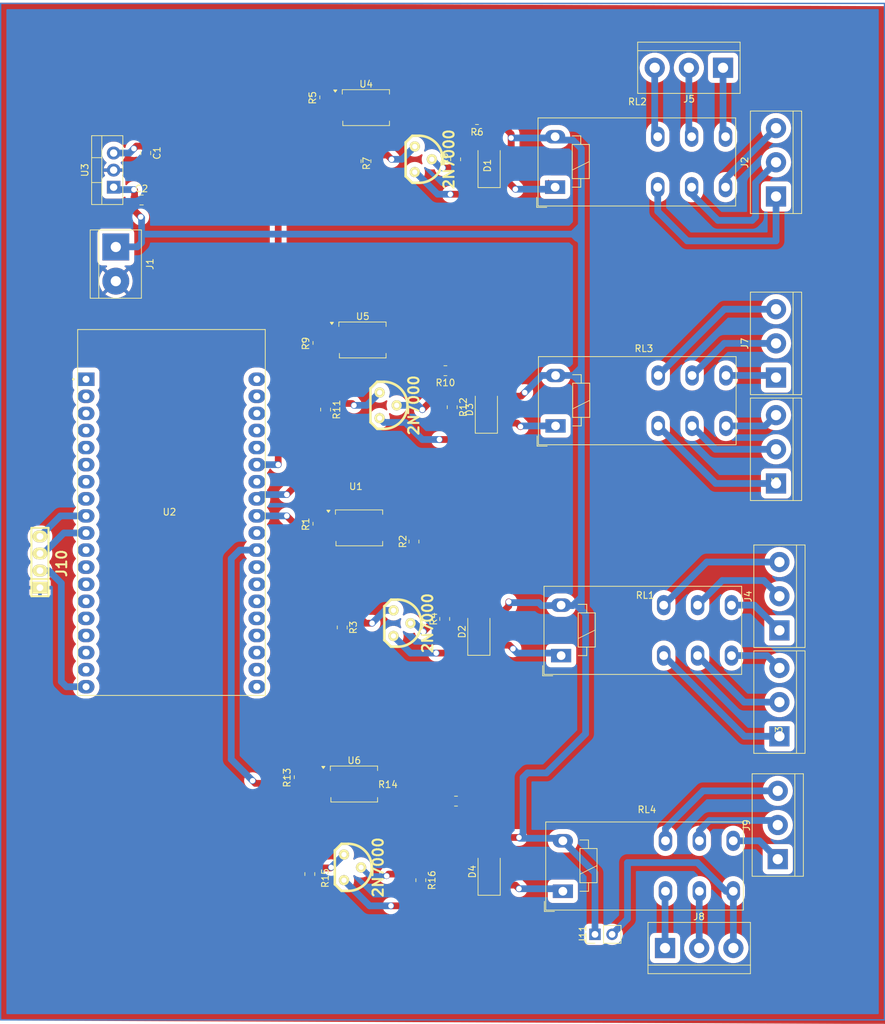
<source format=kicad_pcb>
(kicad_pcb (version 20240108) (generator "pcbnew") (generator_version "8.0")
  (layers (0 "F.Cu" signal) (31 "B.Cu" signal) (34 "B.Paste" user) (35 "F.Paste" user) (36 "B.SilkS" user "B.Silkscreen") (37 "F.SilkS" user "F.Silkscreen") (38 "B.Mask" user) (39 "F.Mask" user) (44 "Edge.Cuts" user))
  (net 0 "")
  (net 1 "GND")
  (net 2 "+5V")
  (net 3 "12V")
  (net 4 "Net-(D1-A)")
  (net 5 "Net-(D2-A)")
  (net 6 "Net-(D3-A)")
  (net 7 "Net-(D4-A)")
  (net 8 "NO1")
  (net 9 "COM1")
  (net 10 "NC1")
  (net 11 "NC1.1")
  (net 12 "NO1.1")
  (net 13 "COM1.1")
  (net 14 "COM2.1")
  (net 15 "NC2.1")
  (net 16 "NO2.1")
  (net 17 "COM2")
  (net 18 "NO2")
  (net 19 "NC2")
  (net 20 "NC1.2")
  (net 21 "NO1.2")
  (net 22 "COM1.2")
  (net 23 "NC2.2")
  (net 24 "COM2.2")
  (net 25 "NO2.2")
  (net 26 "NC1.3")
  (net 27 "COM1.3")
  (net 28 "NO1.3")
  (net 29 "COM2.3")
  (net 30 "NO2.3")
  (net 31 "NC2.3")
  (net 32 "Net-(Q1-S)")
  (net 33 "Net-(Q1-G)")
  (net 34 "Net-(Q2-S)")
  (net 35 "Net-(Q2-G)")
  (net 36 "Net-(Q3-G)")
  (net 37 "Net-(Q3-S)")
  (net 38 "Net-(Q4-G)")
  (net 39 "Net-(Q4-S)")
  (net 40 "Net-(R1-Pad2)")
  (net 41 "Net-(R2-Pad2)")
  (net 42 "Net-(R5-Pad2)")
  (net 43 "GPIO18")
  (net 44 "Net-(R6-Pad2)")
  (net 45 "Net-(R9-Pad2)")
  (net 46 "Net-(R10-Pad2)")
  (net 47 "Net-(R13-Pad2)")
  (net 48 "Net-(R14-Pad2)")
  (net 49 "5V")
  (net 50 "SCL")
  (net 51 "SDA")
  (net 70 "3.3V")
  (net 78 "GPIO21")
  (net 80 "GPIO19")
  (net 81 "GPIO17")
  (footprint "Resistor_SMD:R_0805_2012Metric" (layer "F.Cu") (at 102.715 104.4875 -90)
    (property "Reference" "R12")
    (property "Value" "10k")
  )
  (footprint "TerminalBlock:TerminalBlock_bornier-3_P5.08mm" (layer "F.Cu") (at 150.876 100.076 90)
    (property "Reference" "J7")
    (property "Value" "BORNERA 2")
  )
  (footprint "Resistor_SMD:R_0805_2012Metric" (layer "F.Cu") (at 97.028 124.46 90)
    (property "Reference" "R2")
    (property "Value" "1K")
  )
  (footprint "Relay_THT:Relay_DPDT_Schrack-RT2-FormC_RM5mm" (layer "F.Cu") (at 118.025 71.77)
    (property "Reference" "RL2")
    (property "Value" "Relay_Doble_Inversor")
  )
  (footprint "TerminalBlock:TerminalBlock_bornier-3_P5.08mm" (layer "F.Cu") (at 151.384 137.668 90)
    (property "Reference" "J4")
    (property "Value" "BORNERA 2")
  )
  (footprint "Capacitor_SMD:C_0805_2012Metric_Pad1.18x1.45mm_HandSolder" (layer "F.Cu") (at 56.515 73.68)
    (property "Reference" "C2")
    (property "Value" "0.22uf")
  )
  (footprint "Diode_SMD:D_SMA" (layer "F.Cu") (at 106.68 137.87 90)
    (property "Reference" "D2")
    (property "Value" "DIODE")
  )
  (footprint "Package_SO:SSO-4_6.7x5.1mm_P2.54mm_Clearance8mm" (layer "F.Cu") (at 88.9 122.428)
    (property "Reference" "U1")
    (property "Value" "PC817")
  )
  (footprint "Resistor_SMD:R_0805_2012Metric" (layer "F.Cu") (at 81.539 173.9015 -90)
    (property "Reference" "R15")
    (property "Value" "10k")
  )
  (footprint "TerminalBlock:TerminalBlock_bornier-3_P5.08mm" (layer "F.Cu") (at 150.876 115.824 90)
    (property "Reference" "J6")
    (property "Value" "BORNERA 1")
  )
  (footprint "TerminalBlock:TerminalBlock_bornier-3_P5.08mm" (layer "F.Cu") (at 142.995 54.02 180)
    (property "Reference" "J5")
    (property "Value" "BORNERA 2")
  )
  (footprint "TerminalBlock:TerminalBlock_bornier-3_P5.08mm" (layer "F.Cu") (at 134.371 184.899)
    (property "Reference" "J8")
    (property "Value" "BORNERA 1")
  )
  (footprint "Package_SO:SSO-4_6.7x5.1mm_P2.54mm_Clearance8mm" (layer "F.Cu") (at 89.916 59.944)
    (property "Reference" "U4")
    (property "Value" "PC817")
  )
  (footprint "Resistor_SMD:R_0805_2012Metric" (layer "F.Cu") (at 103.225 67.63 90)
    (property "Reference" "R8")
    (property "Value" "10k")
  )
  (footprint "Resistor_SMD:R_0805_2012Metric" (layer "F.Cu") (at 83.885 104.845 -90)
    (property "Reference" "R11")
    (property "Value" "10k")
  )
  (footprint "EESTN5:to92" (layer "F.Cu") (at 97.785 67.63 -90)
    (property "Reference" "Q2" (hide yes))
    (property "Value" "2N7000")
  )
  (footprint "EESTN5:to92" (layer "F.Cu") (at 92.555 104.21 -90)
    (property "Reference" "Q3" (hide yes))
    (property "Value" "2N7000")
  )
  (footprint "Package_SO:SSO-4_6.7x5.1mm_P2.54mm_Clearance8mm" (layer "F.Cu") (at 89.408 94.488)
    (property "Reference" "U5")
    (property "Value" "PC817")
  )
  (footprint "Relay_THT:Relay_DPDT_Schrack-RT2-FormC_RM5mm" (layer "F.Cu") (at 118.09 107.27)
    (property "Reference" "RL3")
    (property "Value" "Relay_Doble_Inversor")
  )
  (footprint "Relay_THT:Relay_DPDT_Schrack-RT2-FormC_RM5mm" (layer "F.Cu") (at 119.173 176.457)
    (property "Reference" "RL4")
    (property "Value" "Relay_Doble_Inversor")
  )
  (footprint "Resistor_SMD:R_0805_2012Metric" (layer "F.Cu") (at 86.36 137.235 -90)
    (property "Reference" "R3")
    (property "Value" "10k")
  )
  (footprint "Diode_SMD:D_SMA" (layer "F.Cu") (at 108.204 68.32 90)
    (property "Reference" "D1")
    (property "Value" "DIODE")
  )
  (footprint "nueva huella esp32:MODULE_ESP32-DEVKITC-32D" (layer "F.Cu") (at 60.96 120.09)
    (property "Reference" "U2")
    (property "Value" "ESP32-DEVKITC-32D")
  )
  (footprint "Connector_PinHeader_2.54mm:PinHeader_1x02_P2.54mm_Vertical" (layer "F.Cu") (at 123.952 182.867 90)
    (property "Reference" "J11")
    (property "Value" "valvula")
  )
  (footprint "Diode_SMD:D_SMA" (layer "F.Cu") (at 108.209 173.544 90)
    (property "Reference" "D4")
    (property "Value" "DIODE")
  )
  (footprint "TerminalBlock:TerminalBlock_bornier-3_P5.08mm" (layer "F.Cu") (at 150.876 73.152 90)
    (property "Reference" "J2")
    (property "Value" "BORNERA 1")
  )
  (footprint "EESTN5:to92" (layer "F.Cu") (at 87.254 172.909 -90)
    (property "Reference" "Q4" (hide yes))
    (property "Value" "2N7000")
  )
  (footprint "Resistor_SMD:R_0805_2012Metric" (layer "F.Cu") (at 101.7035 99.06 180)
    (property "Reference" "R10")
    (property "Value" "1K")
  )
  (footprint "Diode_SMD:D_SMA" (layer "F.Cu") (at 107.795 104.845 90)
    (property "Reference" "D3")
    (property "Value" "DIODE")
  )
  (footprint "TerminalBlock:TerminalBlock_bornier-3_P5.08mm" (layer "F.Cu") (at 151.135 171.691 90)
    (property "Reference" "J9")
    (property "Value" "BORNERA 2")
  )
  (footprint "Resistor_SMD:R_0805_2012Metric" (layer "F.Cu") (at 98.049 174.814 -90)
    (property "Reference" "R16")
    (property "Value" "10k")
  )
  (footprint "TerminalBlock:TerminalBlock_bornier-3_P5.08mm" (layer "F.Cu") (at 151.384 153.416 90)
    (property "Reference" "J3")
    (property "Value" "BORNERA 1")
  )
  (footprint "Resistor_SMD:R_0805_2012Metric" (layer "F.Cu") (at 101.6 135.965 90)
    (property "Reference" "R4")
    (property "Value" "10k")
  )
  (footprint "EESTN5:to92" (layer "F.Cu") (at 94.615 136.6 -90)
    (property "Reference" "Q1" (hide yes))
    (property "Value" "2N7000")
  )
  (footprint "Resistor_SMD:R_0805_2012Metric" (layer "F.Cu") (at 81.28 121.8165 90)
    (property "Reference" "R1")
    (property "Value" "1k")
  )
  (footprint "TerminalBlock:TerminalBlock_bornier-2_P5.08mm" (layer "F.Cu") (at 52.685 80.665 -90)
    (property "Reference" "J1")
    (property "Value" "Screw_Terminal_01x02")
  )
  (footprint "EESTN5:pin_strip_4" (layer "F.Cu") (at 41.402 127.508 90)
    (property "Reference" "J10")
    (property "Value" "LCD I2C" (hide yes))
  )
  (footprint "Resistor_SMD:R_0805_2012Metric" (layer "F.Cu") (at 106.4 63.185)
    (property "Reference" "R6")
    (property "Value" "1K")
  )
  (footprint "Package_SO:SSO-4_6.7x5.1mm_P2.54mm_Clearance8mm" (layer "F.Cu") (at 88.143 160.515)
    (property "Reference" "U6")
    (property "Value" "PC817")
  )
  (footprint "Resistor_SMD:R_0805_2012Metric" (layer "F.Cu") (at 82.296 58.42 90)
    (property "Reference" "R5")
    (property "Value" "1k")
  )
  (footprint "Resistor_SMD:R_0805_2012Metric" (layer "F.Cu") (at 89.89 67.9075 -90)
    (property "Reference" "R7")
    (property "Value" "10k")
  )
  (footprint "Capacitor_SMD:C_0805_2012Metric_Pad1.18x1.45mm_HandSolder" (layer "F.Cu") (at 57.13 66.695 -90)
    (property "Reference" "C1")
    (property "Value" "0.1uf")
  )
  (footprint "Relay_THT:Relay_DPDT_Schrack-RT2-FormC_RM5mm" (layer "F.Cu") (at 118.914 141.418)
    (property "Reference" "RL1")
    (property "Value" "Relay_Doble_Inversor")
  )
  (footprint "Resistor_SMD:R_0805_2012Metric" (layer "F.Cu") (at 103.2795 163.055)
    (property "Reference" "R14")
    (property "Value" "1K")
  )
  (footprint "Package_TO_SOT_THT:TO-220-3_Vertical" (layer "F.Cu") (at 52.36 71.775 90)
    (property "Reference" "U3")
    (property "Value" "L7805")
  )
  (footprint "Resistor_SMD:R_0805_2012Metric" (layer "F.Cu") (at 81.28 94.931 90)
    (property "Reference" "R9")
    (property "Value" "1k")
  )
  (footprint "Resistor_SMD:R_0805_2012Metric" (layer "F.Cu") (at 78.491 159.499 90)
    (property "Reference" "R13")
    (property "Value" "1k")
  )
  (gr_line (start 167.005 44.958) (end 167.005 196.088) (stroke (width 0.2)) (layer "F.Cu"))
  (gr_line (start 35.56 44.45) (end 167.005 44.958) (stroke (width 0.2)) (layer "F.Cu"))
  (gr_line (start 167.005 196.088) (end 35.56 195.58) (stroke (width 0.2)) (layer "F.Cu"))
  (gr_line (start 35.56 195.58) (end 35.56 44.45) (stroke (width 0.2)) (layer "F.Cu"))
  (gr_rect (start 35.56 44.45) (end 167.005 195.58) (stroke (width 0.2)) (fill none) (layer "B.Cu"))
  (segment (start 57.13 65.6575) (end 55.7545 65.6575) (width 1) (layer "F.Cu") (net 2))
  (segment (start 55.7545 65.6575) (end 55.372 66.04) (width 1) (layer "F.Cu") (net 2))
  (via (at 55.372 66.04) (size 0.9) (drill 0.8) (layers "F.Cu" "B.Cu") (net 2))
  (via (at 55.372 66.04) (size 0.6) (drill 0.3) (layers "F.Cu" "B.Cu") (net 2))
  (via (at 55.372 66.04) (size 0.6) (drill 0.3) (layers "F.Cu" "B.Cu") (net 2))
  (segment (start 52.36 66.695) (end 54.717 66.695) (width 1) (layer "B.Cu") (net 2))
  (segment (start 54.717 66.695) (end 55.372 66.04) (width 1) (layer "B.Cu") (net 2))
  (segment (start 112.97 102.845) (end 111.76 102.845) (width 1) (layer "F.Cu") (net 3))
  (segment (start 111.76 102.845) (end 107.795 102.845) (width 1) (layer "F.Cu") (net 3))
  (segment (start 93.65 121.158) (end 97.522874 121.158) (width 1) (layer "F.Cu") (net 3))
  (segment (start 92.893 159.245) (end 97.198 154.94) (width 1) (layer "F.Cu") (net 3))
  (segment (start 111.48 63.861878) (end 111.48 65.675) (width 1) (layer "F.Cu") (net 3))
  (segment (start 106.292122 58.674) (end 111.48 63.861878) (width 1) (layer "F.Cu") (net 3))
  (segment (start 111.48 65.675) (end 110.835 66.32) (width 1) (layer "F.Cu") (net 3))
  (segment (start 110.835 66.32) (end 108.204 66.32) (width 1) (layer "F.Cu") (net 3))
  (segment (start 97.198 154.94) (end 108.204 154.94) (width 1) (layer "F.Cu") (net 3))
  (segment (start 109.315 132.950126) (end 109.315 135.87) (width 1) (layer "F.Cu") (net 3))
  (segment (start 108.209 170.369) (end 110.114 168.464) (width 1) (layer "F.Cu") (net 3))
  (segment (start 94.666 58.674) (end 106.292122 58.674) (width 1) (layer "F.Cu") (net 3))
  (segment (start 109.315 135.87) (end 111.125 134.06) (width 1) (layer "F.Cu") (net 3))
  (segment (start 111.76 98.044) (end 111.76 102.845) (width 1) (layer "F.Cu") (net 3))
  (segment (start 108.209 171.544) (end 108.209 170.369) (width 0.8) (layer "F.Cu") (net 3))
  (segment (start 55.4775 72.2415) (end 55.372 72.136) (width 1) (layer "F.Cu") (net 3))
  (segment (start 110.114 168.464) (end 112.654 168.464) (width 1) (layer "F.Cu") (net 3))
  (segment (start 56.388 76.2) (end 55.4775 75.2895) (width 1) (layer "F.Cu") (net 3))
  (segment (start 108.204 154.94) (end 108.204 170.364) (width 1) (layer "F.Cu") (net 3))
  (segment (start 113.51 102.305) (end 112.97 102.845) (width 1) (layer "F.Cu") (net 3))
  (segment (start 106.934 93.218) (end 111.76 98.044) (width 1) (layer "F.Cu") (net 3))
  (segment (start 55.4775 73.68) (end 55.4775 72.2415) (width 1) (layer "F.Cu") (net 3))
  (segment (start 55.4775 75.2895) (end 55.4775 73.68) (width 1) (layer "F.Cu") (net 3))
  (segment (start 106.68 135.87) (end 109.315 135.87) (width 1) (layer "F.Cu") (net 3))
  (segment (start 97.522874 121.158) (end 109.315 132.950126) (width 1) (layer "F.Cu") (net 3))
  (segment (start 94.158 93.218) (end 106.934 93.218) (width 1) (layer "F.Cu") (net 3))
  (segment (start 111.48 64.425) (end 111.48 65.675) (width 1) (layer "F.Cu") (net 3))
  (segment (start 108.204 170.364) (end 108.209 170.369) (width 1) (layer "F.Cu") (net 3))
  (segment (start 111.125 134.06) (end 111.125 133.425) (width 1) (layer "F.Cu") (net 3))
  (via (at 56.388 76.2) (size 0.9) (drill 0.8) (layers "F.Cu" "B.Cu") (net 3))
  (via (at 111.125 133.425) (size 0.9) (drill 0.8) (layers "F.Cu" "B.Cu") (net 3))
  (via (at 111.48 64.455) (size 0.9) (drill 0.8) (layers "F.Cu" "B.Cu") (net 3))
  (via (at 113.51 102.305) (size 0.9) (drill 0.8) (layers "F.Cu" "B.Cu") (net 3))
  (via (at 55.372 72.136) (size 0.9) (drill 0.8) (layers "F.Cu" "B.Cu") (net 3))
  (via (at 112.654 168.464) (size 0.9) (drill 0.8) (layers "F.Cu" "B.Cu") (net 3))
  (segment (start 118.025 64.27) (end 118.525 64.77) (width 0.8) (layer "B.Cu") (net 3))
  (segment (start 122.555 149.352) (end 122.555 153.035) (width 0.8) (layer "B.Cu") (net 3))
  (segment (start 121.845 99.77) (end 120.65 99.77) (width 1) (layer "B.Cu") (net 3))
  (segment (start 113.2515 159.5365) (end 113.2515 167.8665) (width 1) (layer "B.Cu") (net 3))
  (segment (start 116.045 99.77) (end 118.09 99.77) (width 1) (layer "B.Cu") (net 3))
  (segment (start 116.726 158.864) (end 113.924 158.864) (width 1) (layer "B.Cu") (net 3))
  (segment (start 122.555 135.255) (end 121.285 133.985) (width 1) (layer "B.Cu") (net 3))
  (segment (start 121.92 134.62) (end 121.92 132.715) (width 1) (layer "B.Cu") (net 3))
  (segment (start 115.57 133.545) (end 116.01 133.985) (width 1) (layer "B.Cu") (net 3))
  (segment (start 52.721 72.136) (end 52.36 71.775) (width 1) (layer "B.Cu") (net 3))
  (segment (start 113.2515 167.8665) (end 112.654 168.464) (width 0.8) (layer "B.Cu") (net 3))
  (segment (start 112.395 133.545) (end 115.57 133.545) (width 1) (layer "B.Cu") (net 3))
  (segment (start 111.125 133.425) (end 111.245 133.545) (width 0.8) (layer "B.Cu") (net 3))
  (segment (start 120.65 99.77) (end 120.725 99.77) (width 0.8) (layer "B.Cu") (net 3))
  (segment (start 117.84 64.455) (end 111.48 64.455) (width 1) (layer "B.Cu") (net 3))
  (segment (start 56.515 78.76) (end 56.515 80.01) (width 1) (layer "B.Cu") (net 3))
  (segment (start 121.92 99.695) (end 121.845 99.77) (width 0.8) (layer "B.Cu") (net 3))
  (segment (start 120.65 133.985) (end 121.92 132.715) (width 1) (layer "B.Cu") (net 3))
  (segment (start 121.27 78.755) (end 121.92 78.105) (width 1) (layer "B.Cu") (net 3))
  (segment (start 121.27 78.755) (end 121.27 79.36) (width 0.8) (layer "B.Cu") (net 3))
  (segment (start 120.665 78.755) (end 56.52 78.755) (width 1) (layer "B.Cu") (net 3))
  (segment (start 120.65 133.985) (end 116.01 133.985) (width 1) (layer "B.Cu") (net 3))
  (segment (start 122.555 153.035) (end 116.726 158.864) (width 1) (layer "B.Cu") (net 3))
  (segment (start 120.635 78.755) (end 121.92 77.47) (width 1) (layer "B.Cu") (net 3))
  (segment (start 52.705 80.645) (end 52.685 80.665) (width 0.8) (layer "B.Cu") (net 3))
  (segment (start 121.285 154.305) (end 122.555 153.035) (width 1) (layer "B.Cu") (net 3))
  (segment (start 113.51 102.305) (end 116.045 99.77) (width 1) (layer "B.Cu") (net 3))
  (segment (start 121.27 79.36) (end 120.665 78.755) (width 1) (layer "B.Cu") (net 3))
  (segment (start 120.65 64.77) (end 121.92 66.04) (width 1) (layer "B.Cu") (net 3))
  (segment (start 121.92 66.04) (end 121.92 77.47) (width 1) (layer "B.Cu") (net 3))
  (segment (start 121.92 80.01) (end 121.92 78.105) (width 1) (layer "B.Cu") (net 3))
  (segment (start 113.854 158.934) (end 113.924 158.864) (width 0.8) (layer "B.Cu") (net 3))
  (segment (start 111.245 133.545) (end 112.395 133.545) (width 1) (layer "B.Cu") (net 3))
  (segment (start 122.555 153.035) (end 122.555 135.255) (width 1) (layer "B.Cu") (net 3))
  (segment (start 121.92 132.715) (end 121.92 100.965) (width 1) (layer "B.Cu") (net 3))
  (segment (start 121.92 99.695) (end 121.92 98.425) (width 1) (layer "B.Cu") (net 3))
  (segment (start 118.525 64.77) (end 120.65 64.77) (width 1) (layer "B.Cu") (net 3))
  (segment (start 55.372 72.136) (end 52.721 72.136) (width 1) (layer "B.Cu") (net 3))
  (segment (start 121.92 98.425) (end 121.92 80.01) (width 1) (layer "B.Cu") (net 3))
  (segment (start 120.665 78.755) (end 120.635 78.755) (width 1) (layer "B.Cu") (net 3))
  (segment (start 121.92 78.105) (end 121.92 77.47) (width 1) (layer "B.Cu") (net 3))
  (segment (start 118.8 168.584) (end 112.774 168.584) (width 1) (layer "B.Cu") (net 3))
  (segment (start 121.92 98.575) (end 120.725 99.77) (width 1) (layer "B.Cu") (net 3))
  (segment (start 121.92 98.425) (end 121.92 98.575) (width 0.8) (layer "B.Cu") (net 3))
  (segment (start 121.27 79.36) (end 121.92 80.01) (width 0.8) (layer "B.Cu") (net 3))
  (segment (start 120.65 99.77) (end 118.09 99.77) (width 1) (layer "B.Cu") (net 3))
  (segment (start 118.025 64.27) (end 117.84 64.455) (width 0.8) (layer "B.Cu") (net 3))
  (segment (start 112.774 168.584) (end 112.654 168.464) (width 0.8) (layer "B.Cu") (net 3))
  (segment (start 121.92 100.965) (end 121.92 99.695) (width 1) (layer "B.Cu") (net 3))
  (segment (start 123.952 182.867) (end 123.952 173.736) (width 1) (layer "B.Cu") (net 3))
  (segment (start 56.52 78.755) (end 56.52 76.332) (width 1) (layer "B.Cu") (net 3))
  (segment (start 120.665 78.755) (end 121.27 78.755) (width 0.8) (layer "B.Cu") (net 3))
  (segment (start 121.285 133.985) (end 120.65 133.985) (width 0.8) (layer "B.Cu") (net 3))
  (segment (start 56.52 76.332) (end 56.388 76.2) (width 1) (layer "B.Cu") (net 3))
  (segment (start 113.2515 159.5365) (end 113.924 158.864) (width 1) (layer "B.Cu") (net 3))
  (segment (start 56.52 78.755) (end 56.515 78.76) (width 1) (layer "B.Cu") (net 3))
  (segment (start 120.725 99.77) (end 121.92 100.965) (width 1) (layer "B.Cu") (net 3))
  (segment (start 55.88 80.645) (end 52.705 80.645) (width 1) (layer "B.Cu") (net 3))
  (segment (start 55.88 80.645) (end 56.515 80.01) (width 1) (layer "B.Cu") (net 3))
  (segment (start 123.952 173.736) (end 118.8 168.584) (width 1) (layer "B.Cu") (net 3))
  (segment (start 121.285 133.985) (end 121.92 134.62) (width 1) (layer "B.Cu") (net 3))
  (segment (start 110.379 70.339) (end 110.379 70.32) (width 0.8) (layer "F.Cu") (net 4))
  (segment (start 117.025 70.77) (end 118.025 71.77) (width 0.2) (layer "F.Cu") (net 4))
  (segment (start 112.115 72.075) (end 110.36 70.32) (width 1) (layer "F.Cu") (net 4))
  (segment (start 107.67 70.32) (end 105.17 72.82) (width 1) (layer "F.Cu") (net 4))
  (segment (start 111.46 71.42) (end 110.379 70.339) (width 0.8) (layer "F.Cu") (net 4))
  (segment (start 108.719 70.32) (end 108.204 70.32) (width 0.8) (layer "F.Cu") (net 4))
  (segment (start 110.379 70.32) (end 108.204 70.32) (width 1) (layer "F.Cu") (net 4))
  (segment (start 105.17 72.82) (end 102.435 72.82) (width 1) (layer "F.Cu") (net 4))
  (via (at 112.115 72.075) (size 0.9) (drill 0.8) (layers "F.Cu" "B.Cu") (net 4))
  (via (at 102.435 72.82) (size 0.9) (drill 0.8) (layers "F.Cu" "B.Cu") (net 4))
  (segment (start 100.545 72.82) (end 102.435 72.82) (width 1) (layer "B.Cu") (net 4))
  (segment (start 97.785 70.17) (end 97.15 69.535) (width 0.8) (layer "B.Cu") (net 4))
  (segment (start 97.26 69.535) (end 100.545 72.82) (width 1) (layer "B.Cu") (net 4))
  (segment (start 97.15 69.535) (end 97.26 69.535) (width 1) (layer "B.Cu") (net 4))
  (segment (start 111.935 71.77) (end 111.985 71.77) (width 0.2) (layer "B.Cu") (net 4))
  (segment (start 117.72 72.075) (end 112.115 72.075) (width 1) (layer "B.Cu") (net 4))
  (segment (start 118.025 71.77) (end 117.72 72.075) (width 0.8) (layer "B.Cu") (net 4))
  (segment (start 105.505 141.045) (end 100.33 141.045) (width 1) (layer "F.Cu") (net 5))
  (segment (start 111.76 140.41) (end 111.22 139.87) (width 1) (layer "F.Cu") (net 5))
  (segment (start 111.22 139.87) (end 106.68 139.87) (width 1) (layer "F.Cu") (net 5))
  (segment (start 106.68 139.87) (end 105.505 141.045) (width 1) (layer "F.Cu") (net 5))
  (via (at 100.33 141.045) (size 0.9) (drill 0.8) (layers "F.Cu" "B.Cu") (net 5))
  (via (at 111.76 140.41) (size 0.9) (drill 0.8) (layers "F.Cu" "B.Cu") (net 5))
  (segment (start 96.52 141.045) (end 100.33 141.045) (width 1) (layer "B.Cu") (net 5))
  (segment (start 112.395 141.045) (end 111.76 140.41) (width 1) (layer "B.Cu") (net 5))
  (segment (start 118.541 141.045) (end 112.395 141.045) (width 1) (layer "B.Cu") (net 5))
  (segment (start 96.52 141.045) (end 93.98 138.505) (width 1) (layer "B.Cu") (net 5))
  (segment (start 118.914 141.418) (end 118.541 141.045) (width 1) (layer "B.Cu") (net 5))
  (segment (start 107.795 106.845) (end 112.335 106.845) (width 1) (layer "F.Cu") (net 6))
  (segment (start 105.35 109.29) (end 100.81 109.29) (width 1) (layer "F.Cu") (net 6))
  (segment (start 107.795 106.845) (end 105.35 109.29) (width 1) (layer "F.Cu") (net 6))
  (segment (start 112.335 106.845) (end 112.875 107.385) (width 1) (layer "F.Cu") (net 6))
  (via (at 112.875 107.385) (size 0.9) (drill 0.8) (layers "F.Cu" "B.Cu") (net 6))
  (via (at 100.81 109.29) (size 0.9) (drill 0.8) (layers "F.Cu" "B.Cu") (net 6))
  (segment (start 91.92 106.115) (end 92.555 106.75) (width 1) (layer "B.Cu") (net 6))
  (segment (start 118.09 107.27) (end 112.99 107.27) (width 1) (layer "B.Cu") (net 6))
  (segment (start 98.27 109.29) (end 100.81 109.29) (width 1) (layer "B.Cu") (net 6))
  (segment (start 95.73 106.75) (end 98.27 109.29) (width 1) (layer "B.Cu") (net 6))
  (segment (start 92.555 106.75) (end 95.73 106.75) (width 1) (layer "B.Cu") (net 6))
  (segment (start 112.99 107.27) (end 112.875 107.385) (width 0.8) (layer "B.Cu") (net 6))
  (segment (start 107.479 175.544) (end 104.399 178.624) (width 1) (layer "F.Cu") (net 7))
  (segment (start 108.209 175.544) (end 107.479 175.544) (width 0.8) (layer "F.Cu") (net 7))
  (segment (start 112.114 175.544) (end 112.654 176.084) (width 1) (layer "F.Cu") (net 7))
  (segment (start 104.399 178.624) (end 93.604 178.624) (width 1) (layer "F.Cu") (net 7))
  (segment (start 108.209 175.544) (end 112.114 175.544) (width 1) (layer "F.Cu") (net 7))
  (via (at 93.604 178.624) (size 0.9) (drill 0.8) (layers "F.Cu" "B.Cu") (net 7))
  (via (at 112.654 176.084) (size 0.9) (drill 0.8) (layers "F.Cu" "B.Cu") (net 7))
  (segment (start 90.429 178.624) (end 93.604 178.624) (width 1) (layer "B.Cu") (net 7))
  (segment (start 117.714 176.084) (end 112.654 176.084) (width 1) (layer "B.Cu") (net 7))
  (segment (start 86.619 174.814) (end 90.429 178.624) (width 1) (layer "B.Cu") (net 7))
  (segment (start 143.365 71.77) (end 143.365 70.503) (width 0.2) (layer "B.Cu") (net 8))
  (segment (start 143.365 70.503) (end 150.876 62.992) (width 1) (layer "B.Cu") (net 8))
  (segment (start 142.955 72.18) (end 143.365 71.77) (width 0.2) (layer "B.Cu") (net 8))
  (segment (start 147.32 76.708) (end 147.828 76.2) (width 1) (layer "B.Cu") (net 9))
  (segment (start 137.875 72.22) (end 138.325 71.77) (width 0.2) (layer "B.Cu") (net 9))
  (segment (start 147.828 76.2) (end 147.828 71.12) (width 1) (layer "B.Cu") (net 9))
  (segment (start 138.325 72.793) (end 142.24 76.708) (width 1) (layer "B.Cu") (net 9))
  (segment (start 142.24 76.708) (end 147.32 76.708) (width 1) (layer "B.Cu") (net 9))
  (segment (start 147.828 71.12) (end 150.876 68.072) (width 1) (layer "B.Cu") (net 9))
  (segment (start 138.325 71.77) (end 138.325 72.793) (width 0.2) (layer "B.Cu") (net 9))
  (segment (start 137.668 79.756) (end 150.876 79.756) (width 1) (layer "B.Cu") (net 10))
  (segment (start 133.285 71.77) (end 133.285 75.373) (width 1) (layer "B.Cu") (net 10))
  (segment (start 150.876 79.756) (end 150.876 73.152) (width 1) (layer "B.Cu") (net 10))
  (segment (start 133.285 75.373) (end 137.668 79.756) (width 1) (layer "B.Cu") (net 10))
  (segment (start 134.174 141.418) (end 146.172 153.416) (width 1) (layer "B.Cu") (net 11))
  (segment (start 146.172 153.416) (end 151.384 153.416) (width 1) (layer "B.Cu") (net 11))
  (segment (start 144.254 141.418) (end 149.546 141.418) (width 1) (layer "B.Cu") (net 12))
  (segment (start 149.546 141.418) (end 151.384 143.256) (width 1) (layer "B.Cu") (net 12))
  (segment (start 146.132 148.336) (end 151.384 148.336) (width 1) (layer "B.Cu") (net 13))
  (segment (start 139.214 141.418) (end 146.132 148.336) (width 1) (layer "B.Cu") (net 13))
  (segment (start 142.874 130.258) (end 149.054 130.258) (width 1) (layer "B.Cu") (net 14))
  (segment (start 149.054 130.258) (end 151.384 132.588) (width 1) (layer "B.Cu") (net 14))
  (segment (start 139.214 133.918) (end 142.874 130.258) (width 1) (layer "B.Cu") (net 14))
  (segment (start 140.584 127.508) (end 151.384 127.508) (width 1) (layer "B.Cu") (net 15))
  (segment (start 134.174 133.918) (end 140.584 127.508) (width 1) (layer "B.Cu") (net 15))
  (segment (start 144.254 133.918) (end 147.634 133.918) (width 1) (layer "B.Cu") (net 16))
  (segment (start 147.634 133.918) (end 151.384 137.668) (width 1) (layer "B.Cu") (net 16))
  (segment (start 137.915 63.86) (end 138.325 64.27) (width 0.2) (layer "B.Cu") (net 17))
  (segment (start 137.915 54.02) (end 137.915 63.86) (width 1) (layer "B.Cu") (net 17))
  (segment (start 142.995 63.9) (end 143.365 64.27) (width 0.2) (layer "B.Cu") (net 18))
  (segment (start 142.995 54.02) (end 142.995 63.9) (width 1) (layer "B.Cu") (net 18))
  (segment (start 132.835 54.02) (end 132.835 63.82) (width 1) (layer "B.Cu") (net 19))
  (segment (start 132.835 63.82) (end 133.285 64.27) (width 0.2) (layer "B.Cu") (net 19))
  (segment (start 133.35 107.27) (end 141.904 115.824) (width 1) (layer "B.Cu") (net 20))
  (segment (start 141.904 115.824) (end 150.876 115.824) (width 1) (layer "B.Cu") (net 20))
  (segment (start 143.43 107.27) (end 149.27 107.27) (width 1) (layer "B.Cu") (net 21))
  (segment (start 149.27 107.27) (end 150.876 105.664) (width 1) (layer "B.Cu") (net 21))
  (segment (start 141.864 110.744) (end 150.876 110.744) (width 1) (layer "B.Cu") (net 22))
  (segment (start 138.39 107.27) (end 141.864 110.744) (width 1) (layer "B.Cu") (net 22))
  (segment (start 133.35 99.77) (end 143.204 89.916) (width 1) (layer "B.Cu") (net 23))
  (segment (start 133.195 99.615) (end 133.35 99.77) (width 0.8) (layer "B.Cu") (net 23))
  (segment (start 143.204 89.916) (end 150.876 89.916) (width 1) (layer "B.Cu") (net 23))
  (segment (start 143.164 94.996) (end 150.876 94.996) (width 1) (layer "B.Cu") (net 24))
  (segment (start 138.275 99.655) (end 138.39 99.77) (width 0.8) (layer "B.Cu") (net 24))
  (segment (start 138.39 99.77) (end 143.164 94.996) (width 1) (layer "B.Cu") (net 24))
  (segment (start 143.43 99.77) (end 150.57 99.77) (width 1) (layer "B.Cu") (net 25))
  (segment (start 143.355 99.695) (end 143.43 99.77) (width 0.8) (layer "B.Cu") (net 25))
  (segment (start 150.57 99.77) (end 150.876 100.076) (width 0.8) (layer "B.Cu") (net 25))
  (segment (start 134.371 184.899) (end 134.371 176.519) (width 1) (layer "B.Cu") (net 26))
  (segment (start 134.371 176.519) (end 134.433 176.457) (width 1) (layer "B.Cu") (net 26))
  (segment (start 139.451 176.479) (end 139.473 176.457) (width 1) (layer "B.Cu") (net 27))
  (segment (start 139.451 184.899) (end 139.451 176.479) (width 1) (layer "B.Cu") (net 27))
  (segment (start 143.427 176.457) (end 139.169 172.199) (width 1) (layer "B.Cu") (net 28))
  (segment (start 144.513 176.457) (end 143.427 176.457) (width 1) (layer "B.Cu") (net 28))
  (segment (start 144.531 176.475) (end 144.513 176.457) (width 1) (layer "B.Cu") (net 28))
  (segment (start 128.783 172.199) (end 128.783 180.576) (width 1) (layer "B.Cu") (net 28))
  (segment (start 144.531 184.899) (end 144.531 176.475) (width 1) (layer "B.Cu") (net 28))
  (segment (start 139.169 172.199) (end 128.783 172.199) (width 1) (layer "B.Cu") (net 28))
  (segment (start 128.783 180.576) (end 126.492 182.867) (width 1) (layer "B.Cu") (net 28))
  (segment (start 139.473 167.436) (end 140.975 165.934) (width 1) (layer "B.Cu") (net 29))
  (segment (start 150.458 165.934) (end 151.135 166.611) (width 0.8) (layer "B.Cu") (net 29))
  (segment (start 139.473 168.957) (end 139.473 167.436) (width 1) (layer "B.Cu") (net 29))
  (segment (start 140.975 165.934) (end 150.458 165.934) (width 1) (layer "B.Cu") (net 29))
  (segment (start 144.513 168.957) (end 148.401 168.957) (width 1) (layer "B.Cu") (net 30))
  (segment (start 148.401 168.957) (end 151.135 171.691) (width 1) (layer "B.Cu") (net 30))
  (segment (start 140.027 161.531) (end 134.433 167.125) (width 1) (layer "B.Cu") (net 31))
  (segment (start 134.433 167.125) (end 134.433 168.957) (width 1) (layer "B.Cu") (net 31))
  (segment (start 141.991 161.531) (end 151.135 161.531) (width 1) (layer "B.Cu") (net 31))
  (segment (start 141.991 161.531) (end 140.027 161.531) (width 1) (layer "B.Cu") (net 31))
  (segment (start 89.8125 136.6) (end 90.805 136.6) (width 1) (layer "F.Cu") (net 32))
  (segment (start 86.36 136.3225) (end 89.535 136.3225) (width 1) (layer "F.Cu") (net 32))
  (segment (start 89.535 136.3225) (end 89.8125 136.6) (width 1) (layer "F.Cu") (net 32))
  (via (at 90.805 136.6) (size 0.9) (drill 0.8) (layers "F.Cu" "B.Cu") (net 32))
  (segment (start 93.98 134.695) (end 92.71 134.695) (width 1) (layer "B.Cu") (net 32))
  (segment (start 92.71 134.695) (end 90.805 136.6) (width 1) (layer "B.Cu") (net 32))
  (segment (start 103.505 136.8775) (end 101.6 136.8775) (width 1) (layer "F.Cu") (net 33))
  (segment (start 99.4175 136.8775) (end 98.425 137.87) (width 1) (layer "F.Cu") (net 33))
  (segment (start 103.505 133.604) (end 103.505 136.8775) (width 1) (layer "F.Cu") (net 33))
  (segment (start 103.505 133.604) (end 97.028 127.127) (width 1) (layer "F.Cu") (net 33))
  (segment (start 101.6 136.8775) (end 99.4175 136.8775) (width 1) (layer "F.Cu") (net 33))
  (segment (start 97.028 127.127) (end 97.028 125.3725) (width 1) (layer "F.Cu") (net 33))
  (via (at 98.425 137.87) (size 0.9) (drill 0.8) (layers "F.Cu" "B.Cu") (net 33))
  (segment (start 97.155 136.6) (end 98.425 137.87) (width 1) (layer "B.Cu") (net 33))
  (segment (start 96.52 136.6) (end 97.155 136.6) (width 1) (layer "B.Cu") (net 33))
  (segment (start 89.89 66.995) (end 93.065 66.995) (width 1) (layer "F.Cu") (net 34))
  (segment (start 93.065 66.995) (end 93.7 67.63) (width 1) (layer "F.Cu") (net 34))
  (via (at 93.7 67.63) (size 0.9) (drill 0.8) (layers "F.Cu" "B.Cu") (net 34))
  (segment (start 97.15 65.725) (end 95.245 67.63) (width 1) (layer "B.Cu") (net 34))
  (segment (start 95.245 67.63) (end 93.7 67.63) (width 1) (layer "B.Cu") (net 34))
  (segment (start 105.664 64.377248) (end 105.4875 64.200748) (width 1) (layer "F.Cu") (net 35))
  (segment (start 103.225 68.5425) (end 105.664 68.5425) (width 1) (layer "F.Cu") (net 35))
  (segment (start 105.4875 64.200748) (end 105.4875 63.185) (width 1) (layer "F.Cu") (net 35))
  (segment (start 105.664 68.5425) (end 105.664 64.377248) (width 1) (layer "F.Cu") (net 35))
  (segment (start 103.225 68.5425) (end 102.8975 68.87) (width 1) (layer "F.Cu") (net 35))
  (segment (start 102.8975 68.87) (end 101.35 68.87) (width 1) (layer "F.Cu") (net 35))
  (via (at 101.32 68.9) (size 0.9) (drill 0.8) (layers "F.Cu" "B.Cu") (net 35))
  (segment (start 99.69 67.63) (end 100.96 68.9) (width 1) (layer "B.Cu") (net 35))
  (segment (start 100.96 68.9) (end 101.32 68.9) (width 1) (layer "B.Cu") (net 35))
  (segment (start 103.632 99.06) (end 104.14 99.568) (width 1) (layer "F.Cu") (net 36))
  (segment (start 102.616 99.06) (end 103.632 99.06) (width 1) (layer "F.Cu") (net 36))
  (segment (start 102.715 103.575) (end 99.54 103.575) (width 1) (layer "F.Cu") (net 36))
  (segment (start 104.14 102.15) (end 102.715 103.575) (width 1) (layer "F.Cu") (net 36))
  (segment (start 104.14 99.568) (end 104.14 102.15) (width 1) (layer "F.Cu") (net 36))
  (segment (start 99.54 103.575) (end 98.27 104.845) (width 1) (layer "F.Cu") (net 36))
  (via (at 98.27 104.845) (size 0.9) (drill 0.8) (layers "F.Cu" "B.Cu") (net 36))
  (segment (start 94.46 104.21) (end 97.635 104.21) (width 1) (layer "B.Cu") (net 36))
  (segment (start 97.635 104.21) (end 98.27 104.845) (width 1) (layer "B.Cu") (net 36))
  (segment (start 87.8325 103.9325) (end 88.11 104.21) (width 0.8) (layer "F.Cu") (net 37))
  (segment (start 83.885 103.9325) (end 87.8325 103.9325) (width 1) (layer "F.Cu") (net 37))
  (via (at 88.11 104.21) (size 0.9) (drill 0.8) (layers "F.Cu" "B.Cu") (net 37))
  (segment (start 90.015 104.21) (end 88.11 104.21) (width 1) (layer "B.Cu") (net 37))
  (segment (start 91.92 102.305) (end 90.015 104.21) (width 1) (layer "B.Cu") (net 37))
  (segment (start 98.049 173.9015) (end 93.2465 173.9015) (width 1) (layer "F.Cu") (net 38))
  (segment (start 102.1365 173.9015) (end 98.049 173.9015) (width 1) (layer "F.Cu") (net 38))
  (segment (start 102.1365 173.9015) (end 102.367 173.671) (width 1) (layer "F.Cu") (net 38))
  (segment (start 93.2465 173.9015) (end 92.969 174.179) (width 0.8) (layer "F.Cu") (net 38))
  (segment (start 102.367 173.671) (end 102.367 163.055) (width 1) (layer "F.Cu") (net 38))
  (via (at 92.969 174.179) (size 0.9) (drill 0.8) (layers "F.Cu" "B.Cu") (net 38))
  (segment (start 90.429 174.179) (end 89.159 172.909) (width 0.8) (layer "B.Cu") (net 38))
  (segment (start 92.969 174.179) (end 90.429 174.179) (width 0.8) (layer "B.Cu") (net 38))
  (segment (start 81.539 172.989) (end 84.634 172.989) (width 1) (layer "F.Cu") (net 39))
  (segment (start 84.634 172.989) (end 84.714 172.909) (width 0.8) (layer "F.Cu") (net 39))
  (via (at 84.714 172.909) (size 0.9) (drill 0.8) (layers "F.Cu" "B.Cu") (net 39))
  (segment (start 86.619 171.004) (end 84.714 172.909) (width 1) (layer "B.Cu") (net 39))
  (segment (start 81.28 120.904) (end 83.896 120.904) (width 1) (layer "F.Cu") (net 40))
  (segment (start 83.896 120.904) (end 84.15 121.158) (width 1) (layer "F.Cu") (net 40))
  (segment (start 93.65 123.698) (end 93.8005 123.5475) (width 1) (layer "F.Cu") (net 41))
  (segment (start 93.8005 123.5475) (end 97.028 123.5475) (width 1) (layer "F.Cu") (net 41))
  (segment (start 83.9995 57.5075) (end 85.166 58.674) (width 1) (layer "F.Cu") (net 42))
  (segment (start 82.296 57.5075) (end 83.9995 57.5075) (width 1) (layer "F.Cu") (net 42))
  (segment (start 81.28 122.729) (end 80.184 122.729) (width 1) (layer "F.Cu") (net 43))
  (segment (start 80.184 122.729) (end 78.105 120.65) (width 1) (layer "F.Cu") (net 43))
  (via (at 78.105 120.65) (size 0.9) (drill 0.8) (layers "F.Cu" "B.Cu") (net 43))
  (segment (start 73.66 120.65) (end 78.105 120.65) (width 1) (layer "B.Cu") (net 43))
  (segment (start 94.666 61.214) (end 106.357248 61.214) (width 1) (layer "F.Cu") (net 44))
  (segment (start 107.3125 62.169252) (end 107.3125 63.185) (width 1) (layer "F.Cu") (net 44))
  (segment (start 106.357248 61.214) (end 107.3125 62.169252) (width 1) (layer "F.Cu") (net 44))
  (segment (start 82.0805 93.218) (end 81.28 94.0185) (width 1) (layer "F.Cu") (net 45))
  (segment (start 84.658 93.218) (end 82.0805 93.218) (width 1) (layer "F.Cu") (net 45))
  (segment (start 97.489 95.758) (end 100.791 99.06) (width 1) (layer "F.Cu") (net 46))
  (segment (start 94.158 95.758) (end 97.489 95.758) (width 1) (layer "F.Cu") (net 46))
  (segment (start 82.7345 158.5865) (end 83.393 159.245) (width 1) (layer "F.Cu") (net 47))
  (segment (start 78.491 158.5865) (end 82.7345 158.5865) (width 1) (layer "F.Cu") (net 47))
  (segment (start 104.14 159.004) (end 104.192 159.056) (width 1) (layer "F.Cu") (net 48))
  (segment (start 101.6 159.004) (end 104.14 159.004) (width 1) (layer "F.Cu") (net 48))
  (segment (start 92.893 161.785) (end 98.819 161.785) (width 1) (layer "F.Cu") (net 48))
  (segment (start 104.192 159.056) (end 104.192 163.055) (width 1) (layer "F.Cu") (net 48))
  (segment (start 98.819 161.785) (end 101.6 159.004) (width 1) (layer "F.Cu") (net 48))
  (segment (start 41.402 128.778) (end 42.702 128.778) (width 0.2) (layer "B.Cu") (net 49))
  (segment (start 48.26 146.05) (end 45.339 146.05) (width 1) (layer "B.Cu") (net 49))
  (segment (start 44.577 145.288) (end 44.577 130.653) (width 1) (layer "B.Cu") (net 49))
  (segment (start 44.577 130.653) (end 42.702 128.778) (width 1) (layer "B.Cu") (net 49))
  (segment (start 45.339 146.05) (end 44.577 145.288) (width 1) (layer "B.Cu") (net 49))
  (segment (start 44.45 120.65) (end 48.26 120.65) (width 1) (layer "B.Cu") (net 50))
  (segment (start 41.402 123.698) (end 44.45 120.65) (width 1) (layer "B.Cu") (net 50))
  (segment (start 44.958 123.19) (end 48.26 123.19) (width 1) (layer "B.Cu") (net 51))
  (segment (start 41.402 126.238) (end 41.91 126.238) (width 0.2) (layer "B.Cu") (net 51))
  (segment (start 41.91 126.238) (end 44.958 123.19) (width 1) (layer "B.Cu") (net 51))
  (segment (start 80.344 61.261) (end 76.835 64.77) (width 1) (layer "F.Cu") (net 78))
  (segment (start 76.835 64.77) (end 76.835 113.03) (width 1) (layer "F.Cu") (net 78))
  (segment (start 82.296 59.3325) (end 80.3675 61.261) (width 1) (layer "F.Cu") (net 78))
  (segment (start 80.3675 61.261) (end 80.344 61.261) (width 1) (layer "F.Cu") (net 78))
  (via (at 76.835 113.03) (size 0.9) (drill 0.8) (layers "F.Cu" "B.Cu") (net 78))
  (segment (start 73.66 113.03) (end 76.835 113.03) (width 1) (layer "B.Cu") (net 78))
  (segment (start 81.28 95.8435) (end 81.28 114.3) (width 1) (layer "F.Cu") (net 80))
  (segment (start 81.28 114.3) (end 78.105 117.475) (width 1) (layer "F.Cu") (net 80))
  (via (at 78.105 117.475) (size 0.9) (drill 0.8) (layers "F.Cu" "B.Cu") (net 80))
  (segment (start 73.66 118.11) (end 74.295 117.475) (width 1) (layer "B.Cu") (net 80))
  (segment (start 74.295 117.475) (end 78.105 117.475) (width 1) (layer "B.Cu") (net 80))
  (segment (start 78.491 160.4115) (end 73.4165 160.4115) (width 1) (layer "F.Cu") (net 81))
  (segment (start 73.4165 160.4115) (end 73.025 160.02) (width 1) (layer "F.Cu") (net 81))
  (via (at 73.025 160.02) (size 0.9) (drill 0.8) (layers "F.Cu" "B.Cu") (net 81))
  (segment (start 73.66 125.73) (end 71.12 125.73) (width 1) (layer "B.Cu") (net 81))
  (segment (start 71.755 158.75) (end 73.025 160.02) (width 1) (layer "B.Cu") (net 81))
  (segment (start 69.85 127) (end 69.85 156.845) (width 1) (layer "B.Cu") (net 81))
  (segment (start 71.12 125.73) (end 69.85 127) (width 1) (layer "B.Cu") (net 81))
  (segment (start 69.85 156.845) (end 71.755 158.75) (width 1) (layer "B.Cu") (net 81))
  (zone (net 1) (net_name "GND") (layer "F.Cu") (priority 1) (connect_pads (clearance 0.5)) (min_thickness 0.25) (fill yes (thermal_gap 0.5) (thermal_bridge_width 0.5))
    (polygon (pts (xy 35.56 44.45) (xy 167.005 44.958) (xy 167.005 196.088) (xy 35.56 195.58)))
  )
  (zone (net 1) (net_name "GND") (layer "B.Cu") (connect_pads (clearance 0.5)) (min_thickness 0.25) (fill yes (thermal_gap 0.5) (thermal_bridge_width 0.5))
    (polygon (pts (xy 35.56 44.45) (xy 167.005 43.942) (xy 167.005 195.072) (xy 35.56 195.58)))
  )
)
</source>
